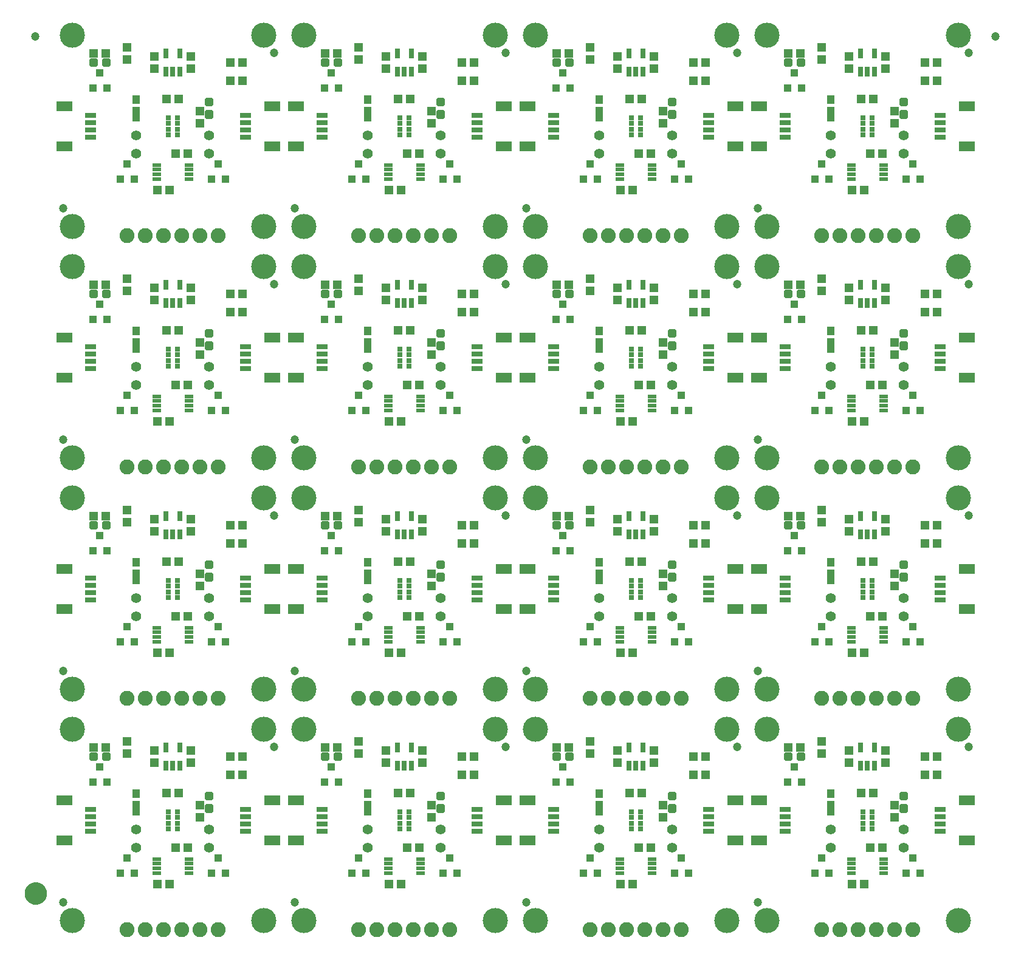
<source format=gts>
G04 EAGLE Gerber RS-274X export*
G75*
%MOMM*%
%FSLAX34Y34*%
%LPD*%
%INSoldermask Top*%
%IPPOS*%
%AMOC8*
5,1,8,0,0,1.08239X$1,22.5*%
G01*
%ADD10R,1.303200X1.203200*%
%ADD11R,2.203200X1.403200*%
%ADD12R,1.553200X0.803200*%
%ADD13C,0.505344*%
%ADD14C,1.203200*%
%ADD15C,3.505200*%
%ADD16R,0.778200X0.691200*%
%ADD17R,1.303200X0.603200*%
%ADD18R,0.753200X1.403200*%
%ADD19R,1.203200X1.303200*%
%ADD20R,1.003200X1.203200*%
%ADD21R,1.003200X2.103200*%
%ADD22C,1.422400*%
%ADD23R,1.003200X1.103200*%
%ADD24C,2.082800*%
%ADD25C,1.270000*%
%ADD26C,1.703200*%


D10*
X72000Y266700D03*
X55000Y266700D03*
D11*
X14050Y193100D03*
X14050Y137100D03*
D12*
X50800Y180100D03*
X50800Y170100D03*
X50800Y160100D03*
X50800Y150100D03*
D11*
X303450Y137100D03*
X303450Y193100D03*
D12*
X266700Y150100D03*
X266700Y160100D03*
X266700Y170100D03*
X266700Y180100D03*
D13*
X58220Y250510D02*
X58220Y257490D01*
X58220Y250510D02*
X51240Y250510D01*
X51240Y257490D01*
X58220Y257490D01*
X58220Y255310D02*
X51240Y255310D01*
X75760Y257490D02*
X75760Y250510D01*
X68780Y250510D01*
X68780Y257490D01*
X75760Y257490D01*
X75760Y255310D02*
X68780Y255310D01*
D14*
X12700Y50800D03*
X306070Y267970D03*
D15*
X292100Y292100D03*
X292100Y25400D03*
X25400Y25400D03*
X25400Y292100D03*
D16*
X158720Y177100D03*
X158720Y169100D03*
X158720Y161100D03*
X158720Y153100D03*
X171480Y153100D03*
X171480Y161100D03*
X171480Y169100D03*
X171480Y177100D03*
D17*
X142600Y111350D03*
X142600Y104850D03*
X142600Y98350D03*
X142600Y91850D03*
X187600Y91850D03*
X187600Y98350D03*
X187600Y104850D03*
X187600Y111350D03*
D10*
X186300Y127000D03*
X169300Y127000D03*
X160900Y76200D03*
X143900Y76200D03*
X262500Y254000D03*
X245500Y254000D03*
X262500Y228600D03*
X245500Y228600D03*
D18*
X155600Y240999D03*
X165100Y240999D03*
X174600Y240999D03*
X174600Y267001D03*
X155600Y267001D03*
D19*
X190500Y245500D03*
X190500Y262500D03*
X139700Y262500D03*
X139700Y245500D03*
D20*
X114300Y202500D03*
D21*
X114300Y182230D03*
D13*
X212410Y185220D02*
X219390Y185220D01*
X219390Y178240D01*
X212410Y178240D01*
X212410Y185220D01*
X212410Y183040D02*
X219390Y183040D01*
X219390Y202760D02*
X212410Y202760D01*
X219390Y202760D02*
X219390Y195780D01*
X212410Y195780D01*
X212410Y202760D01*
X212410Y200580D02*
X219390Y200580D01*
D22*
X114300Y127000D03*
X114300Y152400D03*
X215900Y127000D03*
X215900Y152400D03*
D23*
X92100Y91600D03*
X111100Y91600D03*
X101600Y112600D03*
X219100Y91600D03*
X238100Y91600D03*
X228600Y112600D03*
X54000Y218600D03*
X73000Y218600D03*
X63500Y239600D03*
D19*
X203200Y169300D03*
X203200Y186300D03*
D10*
X156600Y203200D03*
X173600Y203200D03*
D24*
X101600Y12700D03*
X127000Y12700D03*
X152400Y12700D03*
X177800Y12700D03*
X203200Y12700D03*
X228600Y12700D03*
D19*
X101600Y275200D03*
X101600Y258200D03*
D10*
X394580Y266700D03*
X377580Y266700D03*
D11*
X336630Y193100D03*
X336630Y137100D03*
D12*
X373380Y180100D03*
X373380Y170100D03*
X373380Y160100D03*
X373380Y150100D03*
D11*
X626030Y137100D03*
X626030Y193100D03*
D12*
X589280Y150100D03*
X589280Y160100D03*
X589280Y170100D03*
X589280Y180100D03*
D13*
X380800Y250510D02*
X380800Y257490D01*
X380800Y250510D02*
X373820Y250510D01*
X373820Y257490D01*
X380800Y257490D01*
X380800Y255310D02*
X373820Y255310D01*
X398340Y257490D02*
X398340Y250510D01*
X391360Y250510D01*
X391360Y257490D01*
X398340Y257490D01*
X398340Y255310D02*
X391360Y255310D01*
D14*
X335280Y50800D03*
X628650Y267970D03*
D15*
X614680Y292100D03*
X614680Y25400D03*
X347980Y25400D03*
X347980Y292100D03*
D16*
X481300Y177100D03*
X481300Y169100D03*
X481300Y161100D03*
X481300Y153100D03*
X494060Y153100D03*
X494060Y161100D03*
X494060Y169100D03*
X494060Y177100D03*
D17*
X465180Y111350D03*
X465180Y104850D03*
X465180Y98350D03*
X465180Y91850D03*
X510180Y91850D03*
X510180Y98350D03*
X510180Y104850D03*
X510180Y111350D03*
D10*
X508880Y127000D03*
X491880Y127000D03*
X483480Y76200D03*
X466480Y76200D03*
X585080Y254000D03*
X568080Y254000D03*
X585080Y228600D03*
X568080Y228600D03*
D18*
X478180Y240999D03*
X487680Y240999D03*
X497180Y240999D03*
X497180Y267001D03*
X478180Y267001D03*
D19*
X513080Y245500D03*
X513080Y262500D03*
X462280Y262500D03*
X462280Y245500D03*
D20*
X436880Y202500D03*
D21*
X436880Y182230D03*
D13*
X534990Y185220D02*
X541970Y185220D01*
X541970Y178240D01*
X534990Y178240D01*
X534990Y185220D01*
X534990Y183040D02*
X541970Y183040D01*
X541970Y202760D02*
X534990Y202760D01*
X541970Y202760D02*
X541970Y195780D01*
X534990Y195780D01*
X534990Y202760D01*
X534990Y200580D02*
X541970Y200580D01*
D22*
X436880Y127000D03*
X436880Y152400D03*
X538480Y127000D03*
X538480Y152400D03*
D23*
X414680Y91600D03*
X433680Y91600D03*
X424180Y112600D03*
X541680Y91600D03*
X560680Y91600D03*
X551180Y112600D03*
X376580Y218600D03*
X395580Y218600D03*
X386080Y239600D03*
D19*
X525780Y169300D03*
X525780Y186300D03*
D10*
X479180Y203200D03*
X496180Y203200D03*
D24*
X424180Y12700D03*
X449580Y12700D03*
X474980Y12700D03*
X500380Y12700D03*
X525780Y12700D03*
X551180Y12700D03*
D19*
X424180Y275200D03*
X424180Y258200D03*
D10*
X717160Y266700D03*
X700160Y266700D03*
D11*
X659210Y193100D03*
X659210Y137100D03*
D12*
X695960Y180100D03*
X695960Y170100D03*
X695960Y160100D03*
X695960Y150100D03*
D11*
X948610Y137100D03*
X948610Y193100D03*
D12*
X911860Y150100D03*
X911860Y160100D03*
X911860Y170100D03*
X911860Y180100D03*
D13*
X703380Y250510D02*
X703380Y257490D01*
X703380Y250510D02*
X696400Y250510D01*
X696400Y257490D01*
X703380Y257490D01*
X703380Y255310D02*
X696400Y255310D01*
X720920Y257490D02*
X720920Y250510D01*
X713940Y250510D01*
X713940Y257490D01*
X720920Y257490D01*
X720920Y255310D02*
X713940Y255310D01*
D14*
X657860Y50800D03*
X951230Y267970D03*
D15*
X937260Y292100D03*
X937260Y25400D03*
X670560Y25400D03*
X670560Y292100D03*
D16*
X803880Y177100D03*
X803880Y169100D03*
X803880Y161100D03*
X803880Y153100D03*
X816640Y153100D03*
X816640Y161100D03*
X816640Y169100D03*
X816640Y177100D03*
D17*
X787760Y111350D03*
X787760Y104850D03*
X787760Y98350D03*
X787760Y91850D03*
X832760Y91850D03*
X832760Y98350D03*
X832760Y104850D03*
X832760Y111350D03*
D10*
X831460Y127000D03*
X814460Y127000D03*
X806060Y76200D03*
X789060Y76200D03*
X907660Y254000D03*
X890660Y254000D03*
X907660Y228600D03*
X890660Y228600D03*
D18*
X800760Y240999D03*
X810260Y240999D03*
X819760Y240999D03*
X819760Y267001D03*
X800760Y267001D03*
D19*
X835660Y245500D03*
X835660Y262500D03*
X784860Y262500D03*
X784860Y245500D03*
D20*
X759460Y202500D03*
D21*
X759460Y182230D03*
D13*
X857570Y185220D02*
X864550Y185220D01*
X864550Y178240D01*
X857570Y178240D01*
X857570Y185220D01*
X857570Y183040D02*
X864550Y183040D01*
X864550Y202760D02*
X857570Y202760D01*
X864550Y202760D02*
X864550Y195780D01*
X857570Y195780D01*
X857570Y202760D01*
X857570Y200580D02*
X864550Y200580D01*
D22*
X759460Y127000D03*
X759460Y152400D03*
X861060Y127000D03*
X861060Y152400D03*
D23*
X737260Y91600D03*
X756260Y91600D03*
X746760Y112600D03*
X864260Y91600D03*
X883260Y91600D03*
X873760Y112600D03*
X699160Y218600D03*
X718160Y218600D03*
X708660Y239600D03*
D19*
X848360Y169300D03*
X848360Y186300D03*
D10*
X801760Y203200D03*
X818760Y203200D03*
D24*
X746760Y12700D03*
X772160Y12700D03*
X797560Y12700D03*
X822960Y12700D03*
X848360Y12700D03*
X873760Y12700D03*
D19*
X746760Y275200D03*
X746760Y258200D03*
D10*
X1039740Y266700D03*
X1022740Y266700D03*
D11*
X981790Y193100D03*
X981790Y137100D03*
D12*
X1018540Y180100D03*
X1018540Y170100D03*
X1018540Y160100D03*
X1018540Y150100D03*
D11*
X1271190Y137100D03*
X1271190Y193100D03*
D12*
X1234440Y150100D03*
X1234440Y160100D03*
X1234440Y170100D03*
X1234440Y180100D03*
D13*
X1025960Y250510D02*
X1025960Y257490D01*
X1025960Y250510D02*
X1018980Y250510D01*
X1018980Y257490D01*
X1025960Y257490D01*
X1025960Y255310D02*
X1018980Y255310D01*
X1043500Y257490D02*
X1043500Y250510D01*
X1036520Y250510D01*
X1036520Y257490D01*
X1043500Y257490D01*
X1043500Y255310D02*
X1036520Y255310D01*
D14*
X980440Y50800D03*
X1273810Y267970D03*
D15*
X1259840Y292100D03*
X1259840Y25400D03*
X993140Y25400D03*
X993140Y292100D03*
D16*
X1126460Y177100D03*
X1126460Y169100D03*
X1126460Y161100D03*
X1126460Y153100D03*
X1139220Y153100D03*
X1139220Y161100D03*
X1139220Y169100D03*
X1139220Y177100D03*
D17*
X1110340Y111350D03*
X1110340Y104850D03*
X1110340Y98350D03*
X1110340Y91850D03*
X1155340Y91850D03*
X1155340Y98350D03*
X1155340Y104850D03*
X1155340Y111350D03*
D10*
X1154040Y127000D03*
X1137040Y127000D03*
X1128640Y76200D03*
X1111640Y76200D03*
X1230240Y254000D03*
X1213240Y254000D03*
X1230240Y228600D03*
X1213240Y228600D03*
D18*
X1123340Y240999D03*
X1132840Y240999D03*
X1142340Y240999D03*
X1142340Y267001D03*
X1123340Y267001D03*
D19*
X1158240Y245500D03*
X1158240Y262500D03*
X1107440Y262500D03*
X1107440Y245500D03*
D20*
X1082040Y202500D03*
D21*
X1082040Y182230D03*
D13*
X1180150Y185220D02*
X1187130Y185220D01*
X1187130Y178240D01*
X1180150Y178240D01*
X1180150Y185220D01*
X1180150Y183040D02*
X1187130Y183040D01*
X1187130Y202760D02*
X1180150Y202760D01*
X1187130Y202760D02*
X1187130Y195780D01*
X1180150Y195780D01*
X1180150Y202760D01*
X1180150Y200580D02*
X1187130Y200580D01*
D22*
X1082040Y127000D03*
X1082040Y152400D03*
X1183640Y127000D03*
X1183640Y152400D03*
D23*
X1059840Y91600D03*
X1078840Y91600D03*
X1069340Y112600D03*
X1186840Y91600D03*
X1205840Y91600D03*
X1196340Y112600D03*
X1021740Y218600D03*
X1040740Y218600D03*
X1031240Y239600D03*
D19*
X1170940Y169300D03*
X1170940Y186300D03*
D10*
X1124340Y203200D03*
X1141340Y203200D03*
D24*
X1069340Y12700D03*
X1094740Y12700D03*
X1120140Y12700D03*
X1145540Y12700D03*
X1170940Y12700D03*
X1196340Y12700D03*
D19*
X1069340Y275200D03*
X1069340Y258200D03*
D10*
X72000Y589280D03*
X55000Y589280D03*
D11*
X14050Y515680D03*
X14050Y459680D03*
D12*
X50800Y502680D03*
X50800Y492680D03*
X50800Y482680D03*
X50800Y472680D03*
D11*
X303450Y459680D03*
X303450Y515680D03*
D12*
X266700Y472680D03*
X266700Y482680D03*
X266700Y492680D03*
X266700Y502680D03*
D13*
X58220Y573090D02*
X58220Y580070D01*
X58220Y573090D02*
X51240Y573090D01*
X51240Y580070D01*
X58220Y580070D01*
X58220Y577890D02*
X51240Y577890D01*
X75760Y580070D02*
X75760Y573090D01*
X68780Y573090D01*
X68780Y580070D01*
X75760Y580070D01*
X75760Y577890D02*
X68780Y577890D01*
D14*
X12700Y373380D03*
X306070Y590550D03*
D15*
X292100Y614680D03*
X292100Y347980D03*
X25400Y347980D03*
X25400Y614680D03*
D16*
X158720Y499680D03*
X158720Y491680D03*
X158720Y483680D03*
X158720Y475680D03*
X171480Y475680D03*
X171480Y483680D03*
X171480Y491680D03*
X171480Y499680D03*
D17*
X142600Y433930D03*
X142600Y427430D03*
X142600Y420930D03*
X142600Y414430D03*
X187600Y414430D03*
X187600Y420930D03*
X187600Y427430D03*
X187600Y433930D03*
D10*
X186300Y449580D03*
X169300Y449580D03*
X160900Y398780D03*
X143900Y398780D03*
X262500Y576580D03*
X245500Y576580D03*
X262500Y551180D03*
X245500Y551180D03*
D18*
X155600Y563579D03*
X165100Y563579D03*
X174600Y563579D03*
X174600Y589581D03*
X155600Y589581D03*
D19*
X190500Y568080D03*
X190500Y585080D03*
X139700Y585080D03*
X139700Y568080D03*
D20*
X114300Y525080D03*
D21*
X114300Y504810D03*
D13*
X212410Y507800D02*
X219390Y507800D01*
X219390Y500820D01*
X212410Y500820D01*
X212410Y507800D01*
X212410Y505620D02*
X219390Y505620D01*
X219390Y525340D02*
X212410Y525340D01*
X219390Y525340D02*
X219390Y518360D01*
X212410Y518360D01*
X212410Y525340D01*
X212410Y523160D02*
X219390Y523160D01*
D22*
X114300Y449580D03*
X114300Y474980D03*
X215900Y449580D03*
X215900Y474980D03*
D23*
X92100Y414180D03*
X111100Y414180D03*
X101600Y435180D03*
X219100Y414180D03*
X238100Y414180D03*
X228600Y435180D03*
X54000Y541180D03*
X73000Y541180D03*
X63500Y562180D03*
D19*
X203200Y491880D03*
X203200Y508880D03*
D10*
X156600Y525780D03*
X173600Y525780D03*
D24*
X101600Y335280D03*
X127000Y335280D03*
X152400Y335280D03*
X177800Y335280D03*
X203200Y335280D03*
X228600Y335280D03*
D19*
X101600Y597780D03*
X101600Y580780D03*
D10*
X394580Y589280D03*
X377580Y589280D03*
D11*
X336630Y515680D03*
X336630Y459680D03*
D12*
X373380Y502680D03*
X373380Y492680D03*
X373380Y482680D03*
X373380Y472680D03*
D11*
X626030Y459680D03*
X626030Y515680D03*
D12*
X589280Y472680D03*
X589280Y482680D03*
X589280Y492680D03*
X589280Y502680D03*
D13*
X380800Y573090D02*
X380800Y580070D01*
X380800Y573090D02*
X373820Y573090D01*
X373820Y580070D01*
X380800Y580070D01*
X380800Y577890D02*
X373820Y577890D01*
X398340Y580070D02*
X398340Y573090D01*
X391360Y573090D01*
X391360Y580070D01*
X398340Y580070D01*
X398340Y577890D02*
X391360Y577890D01*
D14*
X335280Y373380D03*
X628650Y590550D03*
D15*
X614680Y614680D03*
X614680Y347980D03*
X347980Y347980D03*
X347980Y614680D03*
D16*
X481300Y499680D03*
X481300Y491680D03*
X481300Y483680D03*
X481300Y475680D03*
X494060Y475680D03*
X494060Y483680D03*
X494060Y491680D03*
X494060Y499680D03*
D17*
X465180Y433930D03*
X465180Y427430D03*
X465180Y420930D03*
X465180Y414430D03*
X510180Y414430D03*
X510180Y420930D03*
X510180Y427430D03*
X510180Y433930D03*
D10*
X508880Y449580D03*
X491880Y449580D03*
X483480Y398780D03*
X466480Y398780D03*
X585080Y576580D03*
X568080Y576580D03*
X585080Y551180D03*
X568080Y551180D03*
D18*
X478180Y563579D03*
X487680Y563579D03*
X497180Y563579D03*
X497180Y589581D03*
X478180Y589581D03*
D19*
X513080Y568080D03*
X513080Y585080D03*
X462280Y585080D03*
X462280Y568080D03*
D20*
X436880Y525080D03*
D21*
X436880Y504810D03*
D13*
X534990Y507800D02*
X541970Y507800D01*
X541970Y500820D01*
X534990Y500820D01*
X534990Y507800D01*
X534990Y505620D02*
X541970Y505620D01*
X541970Y525340D02*
X534990Y525340D01*
X541970Y525340D02*
X541970Y518360D01*
X534990Y518360D01*
X534990Y525340D01*
X534990Y523160D02*
X541970Y523160D01*
D22*
X436880Y449580D03*
X436880Y474980D03*
X538480Y449580D03*
X538480Y474980D03*
D23*
X414680Y414180D03*
X433680Y414180D03*
X424180Y435180D03*
X541680Y414180D03*
X560680Y414180D03*
X551180Y435180D03*
X376580Y541180D03*
X395580Y541180D03*
X386080Y562180D03*
D19*
X525780Y491880D03*
X525780Y508880D03*
D10*
X479180Y525780D03*
X496180Y525780D03*
D24*
X424180Y335280D03*
X449580Y335280D03*
X474980Y335280D03*
X500380Y335280D03*
X525780Y335280D03*
X551180Y335280D03*
D19*
X424180Y597780D03*
X424180Y580780D03*
D10*
X717160Y589280D03*
X700160Y589280D03*
D11*
X659210Y515680D03*
X659210Y459680D03*
D12*
X695960Y502680D03*
X695960Y492680D03*
X695960Y482680D03*
X695960Y472680D03*
D11*
X948610Y459680D03*
X948610Y515680D03*
D12*
X911860Y472680D03*
X911860Y482680D03*
X911860Y492680D03*
X911860Y502680D03*
D13*
X703380Y573090D02*
X703380Y580070D01*
X703380Y573090D02*
X696400Y573090D01*
X696400Y580070D01*
X703380Y580070D01*
X703380Y577890D02*
X696400Y577890D01*
X720920Y580070D02*
X720920Y573090D01*
X713940Y573090D01*
X713940Y580070D01*
X720920Y580070D01*
X720920Y577890D02*
X713940Y577890D01*
D14*
X657860Y373380D03*
X951230Y590550D03*
D15*
X937260Y614680D03*
X937260Y347980D03*
X670560Y347980D03*
X670560Y614680D03*
D16*
X803880Y499680D03*
X803880Y491680D03*
X803880Y483680D03*
X803880Y475680D03*
X816640Y475680D03*
X816640Y483680D03*
X816640Y491680D03*
X816640Y499680D03*
D17*
X787760Y433930D03*
X787760Y427430D03*
X787760Y420930D03*
X787760Y414430D03*
X832760Y414430D03*
X832760Y420930D03*
X832760Y427430D03*
X832760Y433930D03*
D10*
X831460Y449580D03*
X814460Y449580D03*
X806060Y398780D03*
X789060Y398780D03*
X907660Y576580D03*
X890660Y576580D03*
X907660Y551180D03*
X890660Y551180D03*
D18*
X800760Y563579D03*
X810260Y563579D03*
X819760Y563579D03*
X819760Y589581D03*
X800760Y589581D03*
D19*
X835660Y568080D03*
X835660Y585080D03*
X784860Y585080D03*
X784860Y568080D03*
D20*
X759460Y525080D03*
D21*
X759460Y504810D03*
D13*
X857570Y507800D02*
X864550Y507800D01*
X864550Y500820D01*
X857570Y500820D01*
X857570Y507800D01*
X857570Y505620D02*
X864550Y505620D01*
X864550Y525340D02*
X857570Y525340D01*
X864550Y525340D02*
X864550Y518360D01*
X857570Y518360D01*
X857570Y525340D01*
X857570Y523160D02*
X864550Y523160D01*
D22*
X759460Y449580D03*
X759460Y474980D03*
X861060Y449580D03*
X861060Y474980D03*
D23*
X737260Y414180D03*
X756260Y414180D03*
X746760Y435180D03*
X864260Y414180D03*
X883260Y414180D03*
X873760Y435180D03*
X699160Y541180D03*
X718160Y541180D03*
X708660Y562180D03*
D19*
X848360Y491880D03*
X848360Y508880D03*
D10*
X801760Y525780D03*
X818760Y525780D03*
D24*
X746760Y335280D03*
X772160Y335280D03*
X797560Y335280D03*
X822960Y335280D03*
X848360Y335280D03*
X873760Y335280D03*
D19*
X746760Y597780D03*
X746760Y580780D03*
D10*
X1039740Y589280D03*
X1022740Y589280D03*
D11*
X981790Y515680D03*
X981790Y459680D03*
D12*
X1018540Y502680D03*
X1018540Y492680D03*
X1018540Y482680D03*
X1018540Y472680D03*
D11*
X1271190Y459680D03*
X1271190Y515680D03*
D12*
X1234440Y472680D03*
X1234440Y482680D03*
X1234440Y492680D03*
X1234440Y502680D03*
D13*
X1025960Y573090D02*
X1025960Y580070D01*
X1025960Y573090D02*
X1018980Y573090D01*
X1018980Y580070D01*
X1025960Y580070D01*
X1025960Y577890D02*
X1018980Y577890D01*
X1043500Y580070D02*
X1043500Y573090D01*
X1036520Y573090D01*
X1036520Y580070D01*
X1043500Y580070D01*
X1043500Y577890D02*
X1036520Y577890D01*
D14*
X980440Y373380D03*
X1273810Y590550D03*
D15*
X1259840Y614680D03*
X1259840Y347980D03*
X993140Y347980D03*
X993140Y614680D03*
D16*
X1126460Y499680D03*
X1126460Y491680D03*
X1126460Y483680D03*
X1126460Y475680D03*
X1139220Y475680D03*
X1139220Y483680D03*
X1139220Y491680D03*
X1139220Y499680D03*
D17*
X1110340Y433930D03*
X1110340Y427430D03*
X1110340Y420930D03*
X1110340Y414430D03*
X1155340Y414430D03*
X1155340Y420930D03*
X1155340Y427430D03*
X1155340Y433930D03*
D10*
X1154040Y449580D03*
X1137040Y449580D03*
X1128640Y398780D03*
X1111640Y398780D03*
X1230240Y576580D03*
X1213240Y576580D03*
X1230240Y551180D03*
X1213240Y551180D03*
D18*
X1123340Y563579D03*
X1132840Y563579D03*
X1142340Y563579D03*
X1142340Y589581D03*
X1123340Y589581D03*
D19*
X1158240Y568080D03*
X1158240Y585080D03*
X1107440Y585080D03*
X1107440Y568080D03*
D20*
X1082040Y525080D03*
D21*
X1082040Y504810D03*
D13*
X1180150Y507800D02*
X1187130Y507800D01*
X1187130Y500820D01*
X1180150Y500820D01*
X1180150Y507800D01*
X1180150Y505620D02*
X1187130Y505620D01*
X1187130Y525340D02*
X1180150Y525340D01*
X1187130Y525340D02*
X1187130Y518360D01*
X1180150Y518360D01*
X1180150Y525340D01*
X1180150Y523160D02*
X1187130Y523160D01*
D22*
X1082040Y449580D03*
X1082040Y474980D03*
X1183640Y449580D03*
X1183640Y474980D03*
D23*
X1059840Y414180D03*
X1078840Y414180D03*
X1069340Y435180D03*
X1186840Y414180D03*
X1205840Y414180D03*
X1196340Y435180D03*
X1021740Y541180D03*
X1040740Y541180D03*
X1031240Y562180D03*
D19*
X1170940Y491880D03*
X1170940Y508880D03*
D10*
X1124340Y525780D03*
X1141340Y525780D03*
D24*
X1069340Y335280D03*
X1094740Y335280D03*
X1120140Y335280D03*
X1145540Y335280D03*
X1170940Y335280D03*
X1196340Y335280D03*
D19*
X1069340Y597780D03*
X1069340Y580780D03*
D10*
X72000Y911860D03*
X55000Y911860D03*
D11*
X14050Y838260D03*
X14050Y782260D03*
D12*
X50800Y825260D03*
X50800Y815260D03*
X50800Y805260D03*
X50800Y795260D03*
D11*
X303450Y782260D03*
X303450Y838260D03*
D12*
X266700Y795260D03*
X266700Y805260D03*
X266700Y815260D03*
X266700Y825260D03*
D13*
X58220Y895670D02*
X58220Y902650D01*
X58220Y895670D02*
X51240Y895670D01*
X51240Y902650D01*
X58220Y902650D01*
X58220Y900470D02*
X51240Y900470D01*
X75760Y902650D02*
X75760Y895670D01*
X68780Y895670D01*
X68780Y902650D01*
X75760Y902650D01*
X75760Y900470D02*
X68780Y900470D01*
D14*
X12700Y695960D03*
X306070Y913130D03*
D15*
X292100Y937260D03*
X292100Y670560D03*
X25400Y670560D03*
X25400Y937260D03*
D16*
X158720Y822260D03*
X158720Y814260D03*
X158720Y806260D03*
X158720Y798260D03*
X171480Y798260D03*
X171480Y806260D03*
X171480Y814260D03*
X171480Y822260D03*
D17*
X142600Y756510D03*
X142600Y750010D03*
X142600Y743510D03*
X142600Y737010D03*
X187600Y737010D03*
X187600Y743510D03*
X187600Y750010D03*
X187600Y756510D03*
D10*
X186300Y772160D03*
X169300Y772160D03*
X160900Y721360D03*
X143900Y721360D03*
X262500Y899160D03*
X245500Y899160D03*
X262500Y873760D03*
X245500Y873760D03*
D18*
X155600Y886159D03*
X165100Y886159D03*
X174600Y886159D03*
X174600Y912161D03*
X155600Y912161D03*
D19*
X190500Y890660D03*
X190500Y907660D03*
X139700Y907660D03*
X139700Y890660D03*
D20*
X114300Y847660D03*
D21*
X114300Y827390D03*
D13*
X212410Y830380D02*
X219390Y830380D01*
X219390Y823400D01*
X212410Y823400D01*
X212410Y830380D01*
X212410Y828200D02*
X219390Y828200D01*
X219390Y847920D02*
X212410Y847920D01*
X219390Y847920D02*
X219390Y840940D01*
X212410Y840940D01*
X212410Y847920D01*
X212410Y845740D02*
X219390Y845740D01*
D22*
X114300Y772160D03*
X114300Y797560D03*
X215900Y772160D03*
X215900Y797560D03*
D23*
X92100Y736760D03*
X111100Y736760D03*
X101600Y757760D03*
X219100Y736760D03*
X238100Y736760D03*
X228600Y757760D03*
X54000Y863760D03*
X73000Y863760D03*
X63500Y884760D03*
D19*
X203200Y814460D03*
X203200Y831460D03*
D10*
X156600Y848360D03*
X173600Y848360D03*
D24*
X101600Y657860D03*
X127000Y657860D03*
X152400Y657860D03*
X177800Y657860D03*
X203200Y657860D03*
X228600Y657860D03*
D19*
X101600Y920360D03*
X101600Y903360D03*
D10*
X394580Y911860D03*
X377580Y911860D03*
D11*
X336630Y838260D03*
X336630Y782260D03*
D12*
X373380Y825260D03*
X373380Y815260D03*
X373380Y805260D03*
X373380Y795260D03*
D11*
X626030Y782260D03*
X626030Y838260D03*
D12*
X589280Y795260D03*
X589280Y805260D03*
X589280Y815260D03*
X589280Y825260D03*
D13*
X380800Y895670D02*
X380800Y902650D01*
X380800Y895670D02*
X373820Y895670D01*
X373820Y902650D01*
X380800Y902650D01*
X380800Y900470D02*
X373820Y900470D01*
X398340Y902650D02*
X398340Y895670D01*
X391360Y895670D01*
X391360Y902650D01*
X398340Y902650D01*
X398340Y900470D02*
X391360Y900470D01*
D14*
X335280Y695960D03*
X628650Y913130D03*
D15*
X614680Y937260D03*
X614680Y670560D03*
X347980Y670560D03*
X347980Y937260D03*
D16*
X481300Y822260D03*
X481300Y814260D03*
X481300Y806260D03*
X481300Y798260D03*
X494060Y798260D03*
X494060Y806260D03*
X494060Y814260D03*
X494060Y822260D03*
D17*
X465180Y756510D03*
X465180Y750010D03*
X465180Y743510D03*
X465180Y737010D03*
X510180Y737010D03*
X510180Y743510D03*
X510180Y750010D03*
X510180Y756510D03*
D10*
X508880Y772160D03*
X491880Y772160D03*
X483480Y721360D03*
X466480Y721360D03*
X585080Y899160D03*
X568080Y899160D03*
X585080Y873760D03*
X568080Y873760D03*
D18*
X478180Y886159D03*
X487680Y886159D03*
X497180Y886159D03*
X497180Y912161D03*
X478180Y912161D03*
D19*
X513080Y890660D03*
X513080Y907660D03*
X462280Y907660D03*
X462280Y890660D03*
D20*
X436880Y847660D03*
D21*
X436880Y827390D03*
D13*
X534990Y830380D02*
X541970Y830380D01*
X541970Y823400D01*
X534990Y823400D01*
X534990Y830380D01*
X534990Y828200D02*
X541970Y828200D01*
X541970Y847920D02*
X534990Y847920D01*
X541970Y847920D02*
X541970Y840940D01*
X534990Y840940D01*
X534990Y847920D01*
X534990Y845740D02*
X541970Y845740D01*
D22*
X436880Y772160D03*
X436880Y797560D03*
X538480Y772160D03*
X538480Y797560D03*
D23*
X414680Y736760D03*
X433680Y736760D03*
X424180Y757760D03*
X541680Y736760D03*
X560680Y736760D03*
X551180Y757760D03*
X376580Y863760D03*
X395580Y863760D03*
X386080Y884760D03*
D19*
X525780Y814460D03*
X525780Y831460D03*
D10*
X479180Y848360D03*
X496180Y848360D03*
D24*
X424180Y657860D03*
X449580Y657860D03*
X474980Y657860D03*
X500380Y657860D03*
X525780Y657860D03*
X551180Y657860D03*
D19*
X424180Y920360D03*
X424180Y903360D03*
D10*
X717160Y911860D03*
X700160Y911860D03*
D11*
X659210Y838260D03*
X659210Y782260D03*
D12*
X695960Y825260D03*
X695960Y815260D03*
X695960Y805260D03*
X695960Y795260D03*
D11*
X948610Y782260D03*
X948610Y838260D03*
D12*
X911860Y795260D03*
X911860Y805260D03*
X911860Y815260D03*
X911860Y825260D03*
D13*
X703380Y895670D02*
X703380Y902650D01*
X703380Y895670D02*
X696400Y895670D01*
X696400Y902650D01*
X703380Y902650D01*
X703380Y900470D02*
X696400Y900470D01*
X720920Y902650D02*
X720920Y895670D01*
X713940Y895670D01*
X713940Y902650D01*
X720920Y902650D01*
X720920Y900470D02*
X713940Y900470D01*
D14*
X657860Y695960D03*
X951230Y913130D03*
D15*
X937260Y937260D03*
X937260Y670560D03*
X670560Y670560D03*
X670560Y937260D03*
D16*
X803880Y822260D03*
X803880Y814260D03*
X803880Y806260D03*
X803880Y798260D03*
X816640Y798260D03*
X816640Y806260D03*
X816640Y814260D03*
X816640Y822260D03*
D17*
X787760Y756510D03*
X787760Y750010D03*
X787760Y743510D03*
X787760Y737010D03*
X832760Y737010D03*
X832760Y743510D03*
X832760Y750010D03*
X832760Y756510D03*
D10*
X831460Y772160D03*
X814460Y772160D03*
X806060Y721360D03*
X789060Y721360D03*
X907660Y899160D03*
X890660Y899160D03*
X907660Y873760D03*
X890660Y873760D03*
D18*
X800760Y886159D03*
X810260Y886159D03*
X819760Y886159D03*
X819760Y912161D03*
X800760Y912161D03*
D19*
X835660Y890660D03*
X835660Y907660D03*
X784860Y907660D03*
X784860Y890660D03*
D20*
X759460Y847660D03*
D21*
X759460Y827390D03*
D13*
X857570Y830380D02*
X864550Y830380D01*
X864550Y823400D01*
X857570Y823400D01*
X857570Y830380D01*
X857570Y828200D02*
X864550Y828200D01*
X864550Y847920D02*
X857570Y847920D01*
X864550Y847920D02*
X864550Y840940D01*
X857570Y840940D01*
X857570Y847920D01*
X857570Y845740D02*
X864550Y845740D01*
D22*
X759460Y772160D03*
X759460Y797560D03*
X861060Y772160D03*
X861060Y797560D03*
D23*
X737260Y736760D03*
X756260Y736760D03*
X746760Y757760D03*
X864260Y736760D03*
X883260Y736760D03*
X873760Y757760D03*
X699160Y863760D03*
X718160Y863760D03*
X708660Y884760D03*
D19*
X848360Y814460D03*
X848360Y831460D03*
D10*
X801760Y848360D03*
X818760Y848360D03*
D24*
X746760Y657860D03*
X772160Y657860D03*
X797560Y657860D03*
X822960Y657860D03*
X848360Y657860D03*
X873760Y657860D03*
D19*
X746760Y920360D03*
X746760Y903360D03*
D10*
X1039740Y911860D03*
X1022740Y911860D03*
D11*
X981790Y838260D03*
X981790Y782260D03*
D12*
X1018540Y825260D03*
X1018540Y815260D03*
X1018540Y805260D03*
X1018540Y795260D03*
D11*
X1271190Y782260D03*
X1271190Y838260D03*
D12*
X1234440Y795260D03*
X1234440Y805260D03*
X1234440Y815260D03*
X1234440Y825260D03*
D13*
X1025960Y895670D02*
X1025960Y902650D01*
X1025960Y895670D02*
X1018980Y895670D01*
X1018980Y902650D01*
X1025960Y902650D01*
X1025960Y900470D02*
X1018980Y900470D01*
X1043500Y902650D02*
X1043500Y895670D01*
X1036520Y895670D01*
X1036520Y902650D01*
X1043500Y902650D01*
X1043500Y900470D02*
X1036520Y900470D01*
D14*
X980440Y695960D03*
X1273810Y913130D03*
D15*
X1259840Y937260D03*
X1259840Y670560D03*
X993140Y670560D03*
X993140Y937260D03*
D16*
X1126460Y822260D03*
X1126460Y814260D03*
X1126460Y806260D03*
X1126460Y798260D03*
X1139220Y798260D03*
X1139220Y806260D03*
X1139220Y814260D03*
X1139220Y822260D03*
D17*
X1110340Y756510D03*
X1110340Y750010D03*
X1110340Y743510D03*
X1110340Y737010D03*
X1155340Y737010D03*
X1155340Y743510D03*
X1155340Y750010D03*
X1155340Y756510D03*
D10*
X1154040Y772160D03*
X1137040Y772160D03*
X1128640Y721360D03*
X1111640Y721360D03*
X1230240Y899160D03*
X1213240Y899160D03*
X1230240Y873760D03*
X1213240Y873760D03*
D18*
X1123340Y886159D03*
X1132840Y886159D03*
X1142340Y886159D03*
X1142340Y912161D03*
X1123340Y912161D03*
D19*
X1158240Y890660D03*
X1158240Y907660D03*
X1107440Y907660D03*
X1107440Y890660D03*
D20*
X1082040Y847660D03*
D21*
X1082040Y827390D03*
D13*
X1180150Y830380D02*
X1187130Y830380D01*
X1187130Y823400D01*
X1180150Y823400D01*
X1180150Y830380D01*
X1180150Y828200D02*
X1187130Y828200D01*
X1187130Y847920D02*
X1180150Y847920D01*
X1187130Y847920D02*
X1187130Y840940D01*
X1180150Y840940D01*
X1180150Y847920D01*
X1180150Y845740D02*
X1187130Y845740D01*
D22*
X1082040Y772160D03*
X1082040Y797560D03*
X1183640Y772160D03*
X1183640Y797560D03*
D23*
X1059840Y736760D03*
X1078840Y736760D03*
X1069340Y757760D03*
X1186840Y736760D03*
X1205840Y736760D03*
X1196340Y757760D03*
X1021740Y863760D03*
X1040740Y863760D03*
X1031240Y884760D03*
D19*
X1170940Y814460D03*
X1170940Y831460D03*
D10*
X1124340Y848360D03*
X1141340Y848360D03*
D24*
X1069340Y657860D03*
X1094740Y657860D03*
X1120140Y657860D03*
X1145540Y657860D03*
X1170940Y657860D03*
X1196340Y657860D03*
D19*
X1069340Y920360D03*
X1069340Y903360D03*
D10*
X72000Y1234440D03*
X55000Y1234440D03*
D11*
X14050Y1160840D03*
X14050Y1104840D03*
D12*
X50800Y1147840D03*
X50800Y1137840D03*
X50800Y1127840D03*
X50800Y1117840D03*
D11*
X303450Y1104840D03*
X303450Y1160840D03*
D12*
X266700Y1117840D03*
X266700Y1127840D03*
X266700Y1137840D03*
X266700Y1147840D03*
D13*
X58220Y1218250D02*
X58220Y1225230D01*
X58220Y1218250D02*
X51240Y1218250D01*
X51240Y1225230D01*
X58220Y1225230D01*
X58220Y1223050D02*
X51240Y1223050D01*
X75760Y1225230D02*
X75760Y1218250D01*
X68780Y1218250D01*
X68780Y1225230D01*
X75760Y1225230D01*
X75760Y1223050D02*
X68780Y1223050D01*
D14*
X12700Y1018540D03*
X306070Y1235710D03*
D15*
X292100Y1259840D03*
X292100Y993140D03*
X25400Y993140D03*
X25400Y1259840D03*
D16*
X158720Y1144840D03*
X158720Y1136840D03*
X158720Y1128840D03*
X158720Y1120840D03*
X171480Y1120840D03*
X171480Y1128840D03*
X171480Y1136840D03*
X171480Y1144840D03*
D17*
X142600Y1079090D03*
X142600Y1072590D03*
X142600Y1066090D03*
X142600Y1059590D03*
X187600Y1059590D03*
X187600Y1066090D03*
X187600Y1072590D03*
X187600Y1079090D03*
D10*
X186300Y1094740D03*
X169300Y1094740D03*
X160900Y1043940D03*
X143900Y1043940D03*
X262500Y1221740D03*
X245500Y1221740D03*
X262500Y1196340D03*
X245500Y1196340D03*
D18*
X155600Y1208739D03*
X165100Y1208739D03*
X174600Y1208739D03*
X174600Y1234741D03*
X155600Y1234741D03*
D19*
X190500Y1213240D03*
X190500Y1230240D03*
X139700Y1230240D03*
X139700Y1213240D03*
D20*
X114300Y1170240D03*
D21*
X114300Y1149970D03*
D13*
X212410Y1152960D02*
X219390Y1152960D01*
X219390Y1145980D01*
X212410Y1145980D01*
X212410Y1152960D01*
X212410Y1150780D02*
X219390Y1150780D01*
X219390Y1170500D02*
X212410Y1170500D01*
X219390Y1170500D02*
X219390Y1163520D01*
X212410Y1163520D01*
X212410Y1170500D01*
X212410Y1168320D02*
X219390Y1168320D01*
D22*
X114300Y1094740D03*
X114300Y1120140D03*
X215900Y1094740D03*
X215900Y1120140D03*
D23*
X92100Y1059340D03*
X111100Y1059340D03*
X101600Y1080340D03*
X219100Y1059340D03*
X238100Y1059340D03*
X228600Y1080340D03*
X54000Y1186340D03*
X73000Y1186340D03*
X63500Y1207340D03*
D19*
X203200Y1137040D03*
X203200Y1154040D03*
D10*
X156600Y1170940D03*
X173600Y1170940D03*
D24*
X101600Y980440D03*
X127000Y980440D03*
X152400Y980440D03*
X177800Y980440D03*
X203200Y980440D03*
X228600Y980440D03*
D19*
X101600Y1242940D03*
X101600Y1225940D03*
D10*
X394580Y1234440D03*
X377580Y1234440D03*
D11*
X336630Y1160840D03*
X336630Y1104840D03*
D12*
X373380Y1147840D03*
X373380Y1137840D03*
X373380Y1127840D03*
X373380Y1117840D03*
D11*
X626030Y1104840D03*
X626030Y1160840D03*
D12*
X589280Y1117840D03*
X589280Y1127840D03*
X589280Y1137840D03*
X589280Y1147840D03*
D13*
X380800Y1218250D02*
X380800Y1225230D01*
X380800Y1218250D02*
X373820Y1218250D01*
X373820Y1225230D01*
X380800Y1225230D01*
X380800Y1223050D02*
X373820Y1223050D01*
X398340Y1225230D02*
X398340Y1218250D01*
X391360Y1218250D01*
X391360Y1225230D01*
X398340Y1225230D01*
X398340Y1223050D02*
X391360Y1223050D01*
D14*
X335280Y1018540D03*
X628650Y1235710D03*
D15*
X614680Y1259840D03*
X614680Y993140D03*
X347980Y993140D03*
X347980Y1259840D03*
D16*
X481300Y1144840D03*
X481300Y1136840D03*
X481300Y1128840D03*
X481300Y1120840D03*
X494060Y1120840D03*
X494060Y1128840D03*
X494060Y1136840D03*
X494060Y1144840D03*
D17*
X465180Y1079090D03*
X465180Y1072590D03*
X465180Y1066090D03*
X465180Y1059590D03*
X510180Y1059590D03*
X510180Y1066090D03*
X510180Y1072590D03*
X510180Y1079090D03*
D10*
X508880Y1094740D03*
X491880Y1094740D03*
X483480Y1043940D03*
X466480Y1043940D03*
X585080Y1221740D03*
X568080Y1221740D03*
X585080Y1196340D03*
X568080Y1196340D03*
D18*
X478180Y1208739D03*
X487680Y1208739D03*
X497180Y1208739D03*
X497180Y1234741D03*
X478180Y1234741D03*
D19*
X513080Y1213240D03*
X513080Y1230240D03*
X462280Y1230240D03*
X462280Y1213240D03*
D20*
X436880Y1170240D03*
D21*
X436880Y1149970D03*
D13*
X534990Y1152960D02*
X541970Y1152960D01*
X541970Y1145980D01*
X534990Y1145980D01*
X534990Y1152960D01*
X534990Y1150780D02*
X541970Y1150780D01*
X541970Y1170500D02*
X534990Y1170500D01*
X541970Y1170500D02*
X541970Y1163520D01*
X534990Y1163520D01*
X534990Y1170500D01*
X534990Y1168320D02*
X541970Y1168320D01*
D22*
X436880Y1094740D03*
X436880Y1120140D03*
X538480Y1094740D03*
X538480Y1120140D03*
D23*
X414680Y1059340D03*
X433680Y1059340D03*
X424180Y1080340D03*
X541680Y1059340D03*
X560680Y1059340D03*
X551180Y1080340D03*
X376580Y1186340D03*
X395580Y1186340D03*
X386080Y1207340D03*
D19*
X525780Y1137040D03*
X525780Y1154040D03*
D10*
X479180Y1170940D03*
X496180Y1170940D03*
D24*
X424180Y980440D03*
X449580Y980440D03*
X474980Y980440D03*
X500380Y980440D03*
X525780Y980440D03*
X551180Y980440D03*
D19*
X424180Y1242940D03*
X424180Y1225940D03*
D10*
X717160Y1234440D03*
X700160Y1234440D03*
D11*
X659210Y1160840D03*
X659210Y1104840D03*
D12*
X695960Y1147840D03*
X695960Y1137840D03*
X695960Y1127840D03*
X695960Y1117840D03*
D11*
X948610Y1104840D03*
X948610Y1160840D03*
D12*
X911860Y1117840D03*
X911860Y1127840D03*
X911860Y1137840D03*
X911860Y1147840D03*
D13*
X703380Y1218250D02*
X703380Y1225230D01*
X703380Y1218250D02*
X696400Y1218250D01*
X696400Y1225230D01*
X703380Y1225230D01*
X703380Y1223050D02*
X696400Y1223050D01*
X720920Y1225230D02*
X720920Y1218250D01*
X713940Y1218250D01*
X713940Y1225230D01*
X720920Y1225230D01*
X720920Y1223050D02*
X713940Y1223050D01*
D14*
X657860Y1018540D03*
X951230Y1235710D03*
D15*
X937260Y1259840D03*
X937260Y993140D03*
X670560Y993140D03*
X670560Y1259840D03*
D16*
X803880Y1144840D03*
X803880Y1136840D03*
X803880Y1128840D03*
X803880Y1120840D03*
X816640Y1120840D03*
X816640Y1128840D03*
X816640Y1136840D03*
X816640Y1144840D03*
D17*
X787760Y1079090D03*
X787760Y1072590D03*
X787760Y1066090D03*
X787760Y1059590D03*
X832760Y1059590D03*
X832760Y1066090D03*
X832760Y1072590D03*
X832760Y1079090D03*
D10*
X831460Y1094740D03*
X814460Y1094740D03*
X806060Y1043940D03*
X789060Y1043940D03*
X907660Y1221740D03*
X890660Y1221740D03*
X907660Y1196340D03*
X890660Y1196340D03*
D18*
X800760Y1208739D03*
X810260Y1208739D03*
X819760Y1208739D03*
X819760Y1234741D03*
X800760Y1234741D03*
D19*
X835660Y1213240D03*
X835660Y1230240D03*
X784860Y1230240D03*
X784860Y1213240D03*
D20*
X759460Y1170240D03*
D21*
X759460Y1149970D03*
D13*
X857570Y1152960D02*
X864550Y1152960D01*
X864550Y1145980D01*
X857570Y1145980D01*
X857570Y1152960D01*
X857570Y1150780D02*
X864550Y1150780D01*
X864550Y1170500D02*
X857570Y1170500D01*
X864550Y1170500D02*
X864550Y1163520D01*
X857570Y1163520D01*
X857570Y1170500D01*
X857570Y1168320D02*
X864550Y1168320D01*
D22*
X759460Y1094740D03*
X759460Y1120140D03*
X861060Y1094740D03*
X861060Y1120140D03*
D23*
X737260Y1059340D03*
X756260Y1059340D03*
X746760Y1080340D03*
X864260Y1059340D03*
X883260Y1059340D03*
X873760Y1080340D03*
X699160Y1186340D03*
X718160Y1186340D03*
X708660Y1207340D03*
D19*
X848360Y1137040D03*
X848360Y1154040D03*
D10*
X801760Y1170940D03*
X818760Y1170940D03*
D24*
X746760Y980440D03*
X772160Y980440D03*
X797560Y980440D03*
X822960Y980440D03*
X848360Y980440D03*
X873760Y980440D03*
D19*
X746760Y1242940D03*
X746760Y1225940D03*
D10*
X1039740Y1234440D03*
X1022740Y1234440D03*
D11*
X981790Y1160840D03*
X981790Y1104840D03*
D12*
X1018540Y1147840D03*
X1018540Y1137840D03*
X1018540Y1127840D03*
X1018540Y1117840D03*
D11*
X1271190Y1104840D03*
X1271190Y1160840D03*
D12*
X1234440Y1117840D03*
X1234440Y1127840D03*
X1234440Y1137840D03*
X1234440Y1147840D03*
D13*
X1025960Y1218250D02*
X1025960Y1225230D01*
X1025960Y1218250D02*
X1018980Y1218250D01*
X1018980Y1225230D01*
X1025960Y1225230D01*
X1025960Y1223050D02*
X1018980Y1223050D01*
X1043500Y1225230D02*
X1043500Y1218250D01*
X1036520Y1218250D01*
X1036520Y1225230D01*
X1043500Y1225230D01*
X1043500Y1223050D02*
X1036520Y1223050D01*
D14*
X980440Y1018540D03*
X1273810Y1235710D03*
D15*
X1259840Y1259840D03*
X1259840Y993140D03*
X993140Y993140D03*
X993140Y1259840D03*
D16*
X1126460Y1144840D03*
X1126460Y1136840D03*
X1126460Y1128840D03*
X1126460Y1120840D03*
X1139220Y1120840D03*
X1139220Y1128840D03*
X1139220Y1136840D03*
X1139220Y1144840D03*
D17*
X1110340Y1079090D03*
X1110340Y1072590D03*
X1110340Y1066090D03*
X1110340Y1059590D03*
X1155340Y1059590D03*
X1155340Y1066090D03*
X1155340Y1072590D03*
X1155340Y1079090D03*
D10*
X1154040Y1094740D03*
X1137040Y1094740D03*
X1128640Y1043940D03*
X1111640Y1043940D03*
X1230240Y1221740D03*
X1213240Y1221740D03*
X1230240Y1196340D03*
X1213240Y1196340D03*
D18*
X1123340Y1208739D03*
X1132840Y1208739D03*
X1142340Y1208739D03*
X1142340Y1234741D03*
X1123340Y1234741D03*
D19*
X1158240Y1213240D03*
X1158240Y1230240D03*
X1107440Y1230240D03*
X1107440Y1213240D03*
D20*
X1082040Y1170240D03*
D21*
X1082040Y1149970D03*
D13*
X1180150Y1152960D02*
X1187130Y1152960D01*
X1187130Y1145980D01*
X1180150Y1145980D01*
X1180150Y1152960D01*
X1180150Y1150780D02*
X1187130Y1150780D01*
X1187130Y1170500D02*
X1180150Y1170500D01*
X1187130Y1170500D02*
X1187130Y1163520D01*
X1180150Y1163520D01*
X1180150Y1170500D01*
X1180150Y1168320D02*
X1187130Y1168320D01*
D22*
X1082040Y1094740D03*
X1082040Y1120140D03*
X1183640Y1094740D03*
X1183640Y1120140D03*
D23*
X1059840Y1059340D03*
X1078840Y1059340D03*
X1069340Y1080340D03*
X1186840Y1059340D03*
X1205840Y1059340D03*
X1196340Y1080340D03*
X1021740Y1186340D03*
X1040740Y1186340D03*
X1031240Y1207340D03*
D19*
X1170940Y1137040D03*
X1170940Y1154040D03*
D10*
X1124340Y1170940D03*
X1141340Y1170940D03*
D24*
X1069340Y980440D03*
X1094740Y980440D03*
X1120140Y980440D03*
X1145540Y980440D03*
X1170940Y980440D03*
X1196340Y980440D03*
D19*
X1069340Y1242940D03*
X1069340Y1225940D03*
D14*
X-26238Y1258570D03*
X1311478Y1258570D03*
D25*
X-35293Y63500D02*
X-35290Y63722D01*
X-35282Y63944D01*
X-35268Y64166D01*
X-35249Y64388D01*
X-35225Y64608D01*
X-35195Y64829D01*
X-35160Y65048D01*
X-35119Y65267D01*
X-35073Y65484D01*
X-35022Y65700D01*
X-34965Y65915D01*
X-34903Y66129D01*
X-34836Y66340D01*
X-34764Y66551D01*
X-34686Y66759D01*
X-34604Y66965D01*
X-34516Y67169D01*
X-34424Y67372D01*
X-34326Y67571D01*
X-34224Y67768D01*
X-34117Y67963D01*
X-34005Y68155D01*
X-33888Y68344D01*
X-33767Y68531D01*
X-33641Y68714D01*
X-33511Y68894D01*
X-33376Y69071D01*
X-33238Y69244D01*
X-33095Y69414D01*
X-32947Y69581D01*
X-32796Y69744D01*
X-32641Y69903D01*
X-32482Y70058D01*
X-32319Y70209D01*
X-32152Y70357D01*
X-31982Y70500D01*
X-31809Y70638D01*
X-31632Y70773D01*
X-31452Y70903D01*
X-31269Y71029D01*
X-31082Y71150D01*
X-30893Y71267D01*
X-30701Y71379D01*
X-30506Y71486D01*
X-30309Y71588D01*
X-30110Y71686D01*
X-29907Y71778D01*
X-29703Y71866D01*
X-29497Y71948D01*
X-29289Y72026D01*
X-29078Y72098D01*
X-28867Y72165D01*
X-28653Y72227D01*
X-28438Y72284D01*
X-28222Y72335D01*
X-28005Y72381D01*
X-27786Y72422D01*
X-27567Y72457D01*
X-27346Y72487D01*
X-27126Y72511D01*
X-26904Y72530D01*
X-26682Y72544D01*
X-26460Y72552D01*
X-26238Y72555D01*
X-26016Y72552D01*
X-25794Y72544D01*
X-25572Y72530D01*
X-25350Y72511D01*
X-25130Y72487D01*
X-24909Y72457D01*
X-24690Y72422D01*
X-24471Y72381D01*
X-24254Y72335D01*
X-24038Y72284D01*
X-23823Y72227D01*
X-23609Y72165D01*
X-23398Y72098D01*
X-23187Y72026D01*
X-22979Y71948D01*
X-22773Y71866D01*
X-22569Y71778D01*
X-22366Y71686D01*
X-22167Y71588D01*
X-21970Y71486D01*
X-21775Y71379D01*
X-21583Y71267D01*
X-21394Y71150D01*
X-21207Y71029D01*
X-21024Y70903D01*
X-20844Y70773D01*
X-20667Y70638D01*
X-20494Y70500D01*
X-20324Y70357D01*
X-20157Y70209D01*
X-19994Y70058D01*
X-19835Y69903D01*
X-19680Y69744D01*
X-19529Y69581D01*
X-19381Y69414D01*
X-19238Y69244D01*
X-19100Y69071D01*
X-18965Y68894D01*
X-18835Y68714D01*
X-18709Y68531D01*
X-18588Y68344D01*
X-18471Y68155D01*
X-18359Y67963D01*
X-18252Y67768D01*
X-18150Y67571D01*
X-18052Y67372D01*
X-17960Y67169D01*
X-17872Y66965D01*
X-17790Y66759D01*
X-17712Y66551D01*
X-17640Y66340D01*
X-17573Y66129D01*
X-17511Y65915D01*
X-17454Y65700D01*
X-17403Y65484D01*
X-17357Y65267D01*
X-17316Y65048D01*
X-17281Y64829D01*
X-17251Y64608D01*
X-17227Y64388D01*
X-17208Y64166D01*
X-17194Y63944D01*
X-17186Y63722D01*
X-17183Y63500D01*
X-17186Y63278D01*
X-17194Y63056D01*
X-17208Y62834D01*
X-17227Y62612D01*
X-17251Y62392D01*
X-17281Y62171D01*
X-17316Y61952D01*
X-17357Y61733D01*
X-17403Y61516D01*
X-17454Y61300D01*
X-17511Y61085D01*
X-17573Y60871D01*
X-17640Y60660D01*
X-17712Y60449D01*
X-17790Y60241D01*
X-17872Y60035D01*
X-17960Y59831D01*
X-18052Y59628D01*
X-18150Y59429D01*
X-18252Y59232D01*
X-18359Y59037D01*
X-18471Y58845D01*
X-18588Y58656D01*
X-18709Y58469D01*
X-18835Y58286D01*
X-18965Y58106D01*
X-19100Y57929D01*
X-19238Y57756D01*
X-19381Y57586D01*
X-19529Y57419D01*
X-19680Y57256D01*
X-19835Y57097D01*
X-19994Y56942D01*
X-20157Y56791D01*
X-20324Y56643D01*
X-20494Y56500D01*
X-20667Y56362D01*
X-20844Y56227D01*
X-21024Y56097D01*
X-21207Y55971D01*
X-21394Y55850D01*
X-21583Y55733D01*
X-21775Y55621D01*
X-21970Y55514D01*
X-22167Y55412D01*
X-22366Y55314D01*
X-22569Y55222D01*
X-22773Y55134D01*
X-22979Y55052D01*
X-23187Y54974D01*
X-23398Y54902D01*
X-23609Y54835D01*
X-23823Y54773D01*
X-24038Y54716D01*
X-24254Y54665D01*
X-24471Y54619D01*
X-24690Y54578D01*
X-24909Y54543D01*
X-25130Y54513D01*
X-25350Y54489D01*
X-25572Y54470D01*
X-25794Y54456D01*
X-26016Y54448D01*
X-26238Y54445D01*
X-26460Y54448D01*
X-26682Y54456D01*
X-26904Y54470D01*
X-27126Y54489D01*
X-27346Y54513D01*
X-27567Y54543D01*
X-27786Y54578D01*
X-28005Y54619D01*
X-28222Y54665D01*
X-28438Y54716D01*
X-28653Y54773D01*
X-28867Y54835D01*
X-29078Y54902D01*
X-29289Y54974D01*
X-29497Y55052D01*
X-29703Y55134D01*
X-29907Y55222D01*
X-30110Y55314D01*
X-30309Y55412D01*
X-30506Y55514D01*
X-30701Y55621D01*
X-30893Y55733D01*
X-31082Y55850D01*
X-31269Y55971D01*
X-31452Y56097D01*
X-31632Y56227D01*
X-31809Y56362D01*
X-31982Y56500D01*
X-32152Y56643D01*
X-32319Y56791D01*
X-32482Y56942D01*
X-32641Y57097D01*
X-32796Y57256D01*
X-32947Y57419D01*
X-33095Y57586D01*
X-33238Y57756D01*
X-33376Y57929D01*
X-33511Y58106D01*
X-33641Y58286D01*
X-33767Y58469D01*
X-33888Y58656D01*
X-34005Y58845D01*
X-34117Y59037D01*
X-34224Y59232D01*
X-34326Y59429D01*
X-34424Y59628D01*
X-34516Y59831D01*
X-34604Y60035D01*
X-34686Y60241D01*
X-34764Y60449D01*
X-34836Y60660D01*
X-34903Y60871D01*
X-34965Y61085D01*
X-35022Y61300D01*
X-35073Y61516D01*
X-35119Y61733D01*
X-35160Y61952D01*
X-35195Y62171D01*
X-35225Y62392D01*
X-35249Y62612D01*
X-35268Y62834D01*
X-35282Y63056D01*
X-35290Y63278D01*
X-35293Y63500D01*
D26*
X-26238Y63500D03*
M02*

</source>
